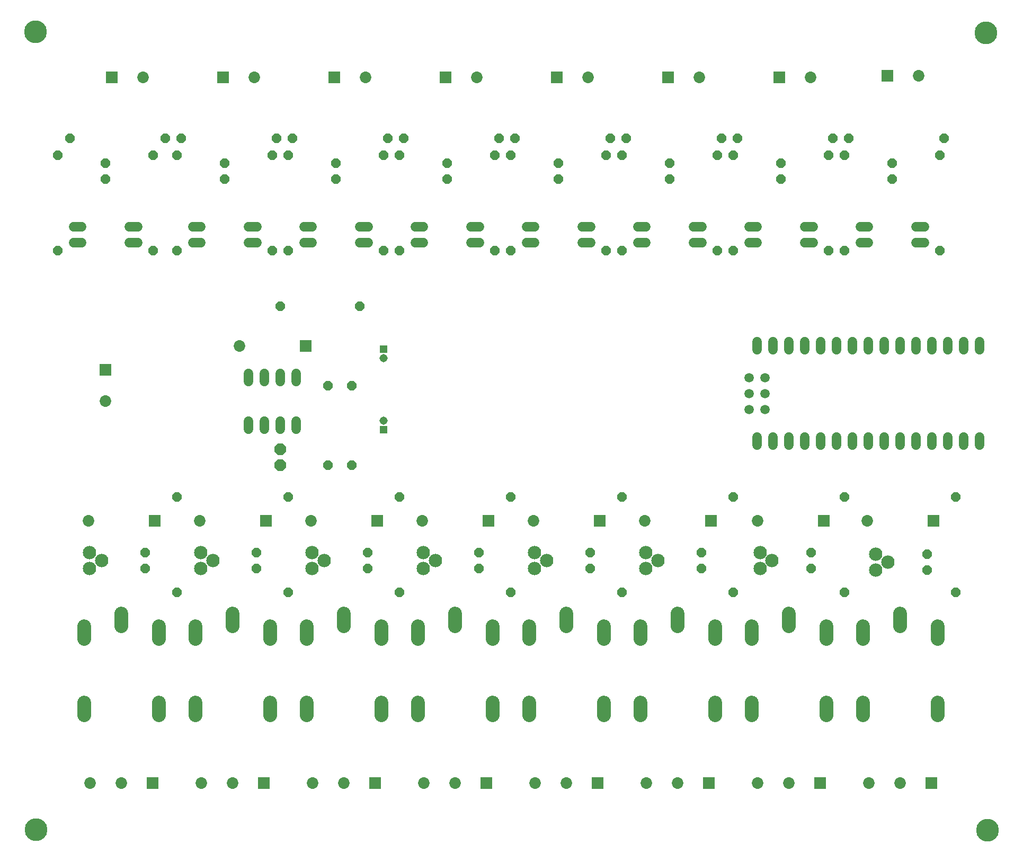
<source format=gbr>
G04 EAGLE Gerber RS-274X export*
G75*
%MOMM*%
%FSLAX34Y34*%
%LPD*%
%INSoldermask Bottom*%
%IPPOS*%
%AMOC8*
5,1,8,0,0,1.08239X$1,22.5*%
G01*
G04 Define Apertures*
%ADD10C,3.632200*%
%ADD11C,1.311200*%
%ADD12R,1.311200X1.311200*%
%ADD13P,1.95198X8X292.5*%
%ADD14C,1.853200*%
%ADD15R,1.853200X1.853200*%
%ADD16C,1.524000*%
%ADD17C,2.184400*%
%ADD18P,1.64956X8X292.5*%
%ADD19P,1.64956X8X22.5*%
%ADD20P,1.64956X8X112.5*%
%ADD21P,1.64956X8X202.5*%
%ADD22C,2.133600*%
%ADD23C,1.511200*%
%ADD24C,1.511200*%
D10*
X1521460Y1313180D03*
X1523619Y38735D03*
X3302Y39624D03*
X2540Y1314831D03*
D11*
X558800Y693300D03*
D12*
X558800Y678300D03*
D11*
X558800Y792600D03*
D12*
X558800Y807600D03*
D13*
X393700Y647700D03*
X393700Y622300D03*
D14*
X328000Y812800D03*
D15*
X434000Y812800D03*
D14*
X1331300Y533400D03*
D15*
X1437300Y533400D03*
D14*
X1156040Y533400D03*
D15*
X1262040Y533400D03*
D14*
X975700Y533400D03*
D15*
X1081700Y533400D03*
D14*
X797900Y533400D03*
D15*
X903900Y533400D03*
D14*
X620100Y533400D03*
D15*
X726100Y533400D03*
D14*
X442300Y533400D03*
D15*
X548300Y533400D03*
D14*
X264500Y533400D03*
D15*
X370500Y533400D03*
D14*
X86700Y533400D03*
D15*
X192700Y533400D03*
D16*
X342900Y679196D02*
X342900Y692404D01*
X368300Y692404D02*
X368300Y679196D01*
X393700Y679196D02*
X393700Y692404D01*
X419100Y692404D02*
X419100Y679196D01*
X419100Y755396D02*
X419100Y768604D01*
X393700Y768604D02*
X393700Y755396D01*
X368300Y755396D02*
X368300Y768604D01*
X342900Y768604D02*
X342900Y755396D01*
D15*
X1078700Y114300D03*
D14*
X1028700Y114300D03*
X978700Y114300D03*
D15*
X900900Y114300D03*
D14*
X850900Y114300D03*
X800900Y114300D03*
D15*
X723100Y114300D03*
D14*
X673100Y114300D03*
X623100Y114300D03*
D15*
X545300Y114300D03*
D14*
X495300Y114300D03*
X445300Y114300D03*
D15*
X367500Y114300D03*
D14*
X317500Y114300D03*
X267500Y114300D03*
D15*
X189700Y114300D03*
D14*
X139700Y114300D03*
X89700Y114300D03*
D15*
X1363745Y1244420D03*
D14*
X1413745Y1244420D03*
D15*
X1191025Y1241880D03*
D14*
X1241025Y1241880D03*
D15*
X1013225Y1241880D03*
D14*
X1063225Y1241880D03*
D15*
X835425Y1241880D03*
D14*
X885425Y1241880D03*
D15*
X657625Y1241880D03*
D14*
X707625Y1241880D03*
D15*
X479825Y1241880D03*
D14*
X529825Y1241880D03*
D15*
X302025Y1241880D03*
D14*
X352025Y1241880D03*
D15*
X124225Y1241880D03*
D14*
X174225Y1241880D03*
D15*
X114300Y774300D03*
D14*
X114300Y724300D03*
D15*
X1434300Y114300D03*
D14*
X1384300Y114300D03*
X1334300Y114300D03*
D15*
X1256500Y114300D03*
D14*
X1206500Y114300D03*
X1156500Y114300D03*
D17*
X1206500Y364744D02*
X1206500Y384556D01*
X1146810Y364236D02*
X1146810Y344424D01*
X1266190Y344424D02*
X1266190Y364236D01*
X1266190Y242316D02*
X1266190Y222504D01*
X1146810Y222504D02*
X1146810Y242316D01*
X1384300Y364744D02*
X1384300Y384556D01*
X1324610Y364236D02*
X1324610Y344424D01*
X1443990Y344424D02*
X1443990Y364236D01*
X1443990Y242316D02*
X1443990Y222504D01*
X1324610Y222504D02*
X1324610Y242316D01*
X1028700Y364744D02*
X1028700Y384556D01*
X969010Y364236D02*
X969010Y344424D01*
X1088390Y344424D02*
X1088390Y364236D01*
X1088390Y242316D02*
X1088390Y222504D01*
X969010Y222504D02*
X969010Y242316D01*
X850900Y364744D02*
X850900Y384556D01*
X791210Y364236D02*
X791210Y344424D01*
X910590Y344424D02*
X910590Y364236D01*
X910590Y242316D02*
X910590Y222504D01*
X791210Y222504D02*
X791210Y242316D01*
X673100Y364744D02*
X673100Y384556D01*
X613410Y364236D02*
X613410Y344424D01*
X732790Y344424D02*
X732790Y364236D01*
X732790Y242316D02*
X732790Y222504D01*
X613410Y222504D02*
X613410Y242316D01*
X495300Y364744D02*
X495300Y384556D01*
X435610Y364236D02*
X435610Y344424D01*
X554990Y344424D02*
X554990Y364236D01*
X554990Y242316D02*
X554990Y222504D01*
X435610Y222504D02*
X435610Y242316D01*
X317500Y364744D02*
X317500Y384556D01*
X257810Y364236D02*
X257810Y344424D01*
X377190Y344424D02*
X377190Y364236D01*
X377190Y242316D02*
X377190Y222504D01*
X257810Y222504D02*
X257810Y242316D01*
X139700Y364744D02*
X139700Y384556D01*
X80010Y364236D02*
X80010Y344424D01*
X199390Y344424D02*
X199390Y364236D01*
X199390Y242316D02*
X199390Y222504D01*
X80010Y222504D02*
X80010Y242316D01*
D18*
X1371600Y1104900D03*
X1371600Y1079500D03*
X1193800Y1104900D03*
X1193800Y1079500D03*
X1016000Y1104900D03*
X1016000Y1079500D03*
X838200Y1104900D03*
X838200Y1079500D03*
X660400Y1104900D03*
X660400Y1079500D03*
X482600Y1104900D03*
X482600Y1079500D03*
X304800Y1104900D03*
X304800Y1079500D03*
X114300Y1104900D03*
X114300Y1079500D03*
X1427480Y480060D03*
X1427480Y454660D03*
X1242060Y482600D03*
X1242060Y457200D03*
X1066800Y482600D03*
X1066800Y457200D03*
X889000Y482600D03*
X889000Y457200D03*
X711200Y482600D03*
X711200Y457200D03*
X533400Y482600D03*
X533400Y457200D03*
X355600Y482600D03*
X355600Y457200D03*
X177800Y482600D03*
X177800Y457200D03*
D16*
X1409700Y977900D02*
X1422908Y977900D01*
X1422908Y1003300D02*
X1409700Y1003300D01*
X1333500Y1003300D02*
X1320292Y1003300D01*
X1320292Y977900D02*
X1333500Y977900D01*
X1245108Y977900D02*
X1231900Y977900D01*
X1231900Y1003300D02*
X1245108Y1003300D01*
X1155700Y1003300D02*
X1142492Y1003300D01*
X1142492Y977900D02*
X1155700Y977900D01*
X1067308Y977900D02*
X1054100Y977900D01*
X1054100Y1003300D02*
X1067308Y1003300D01*
X977900Y1003300D02*
X964692Y1003300D01*
X964692Y977900D02*
X977900Y977900D01*
X889508Y977900D02*
X876300Y977900D01*
X876300Y1003300D02*
X889508Y1003300D01*
X800100Y1003300D02*
X786892Y1003300D01*
X786892Y977900D02*
X800100Y977900D01*
X711708Y977900D02*
X698500Y977900D01*
X698500Y1003300D02*
X711708Y1003300D01*
X622300Y1003300D02*
X609092Y1003300D01*
X609092Y977900D02*
X622300Y977900D01*
X533908Y977900D02*
X520700Y977900D01*
X520700Y1003300D02*
X533908Y1003300D01*
X444500Y1003300D02*
X431292Y1003300D01*
X431292Y977900D02*
X444500Y977900D01*
X356108Y977900D02*
X342900Y977900D01*
X342900Y1003300D02*
X356108Y1003300D01*
X266700Y1003300D02*
X253492Y1003300D01*
X253492Y977900D02*
X266700Y977900D01*
X165608Y977900D02*
X152400Y977900D01*
X152400Y1003300D02*
X165608Y1003300D01*
X76200Y1003300D02*
X62992Y1003300D01*
X62992Y977900D02*
X76200Y977900D01*
D18*
X939800Y571500D03*
X939800Y419100D03*
X762000Y571500D03*
X762000Y419100D03*
X584200Y571500D03*
X584200Y419100D03*
X406400Y571500D03*
X406400Y419100D03*
X228600Y571500D03*
X228600Y419100D03*
D19*
X1302177Y1144642D03*
X1454577Y1144642D03*
D20*
X1447800Y965200D03*
X1447800Y1117600D03*
D18*
X1295400Y1117600D03*
X1295400Y965200D03*
D19*
X1124377Y1144642D03*
X1276777Y1144642D03*
D20*
X1270000Y965200D03*
X1270000Y1117600D03*
D18*
X1117600Y1117600D03*
X1117600Y965200D03*
D19*
X946577Y1144642D03*
X1098977Y1144642D03*
D20*
X1092200Y965200D03*
X1092200Y1117600D03*
D18*
X939800Y1117600D03*
X939800Y965200D03*
D19*
X768777Y1144642D03*
X921177Y1144642D03*
D20*
X914400Y965200D03*
X914400Y1117600D03*
D18*
X762000Y1117600D03*
X762000Y965200D03*
D19*
X590977Y1144642D03*
X743377Y1144642D03*
D20*
X736600Y965200D03*
X736600Y1117600D03*
D18*
X584200Y1117600D03*
X584200Y965200D03*
D19*
X413177Y1144642D03*
X565577Y1144642D03*
D20*
X558800Y965200D03*
X558800Y1117600D03*
D18*
X406400Y1117600D03*
X406400Y965200D03*
D19*
X235377Y1144642D03*
X387777Y1144642D03*
D20*
X381000Y965200D03*
X381000Y1117600D03*
D18*
X228600Y1117600D03*
X228600Y965200D03*
D19*
X57577Y1144642D03*
X209977Y1144642D03*
D20*
X190500Y965200D03*
X190500Y1117600D03*
D18*
X38100Y1117600D03*
X38100Y965200D03*
D21*
X520700Y876300D03*
X393700Y876300D03*
D20*
X469900Y622300D03*
X469900Y749300D03*
X508000Y622300D03*
X508000Y749300D03*
D18*
X1473200Y571500D03*
X1473200Y419100D03*
X1295400Y571500D03*
X1295400Y419100D03*
X1117600Y571500D03*
X1117600Y419100D03*
D22*
X1345185Y454660D03*
X1364235Y467360D03*
X1345185Y480060D03*
X1160273Y456693D03*
X1179323Y469393D03*
X1160273Y482093D03*
X977900Y457200D03*
X996950Y469900D03*
X977900Y482600D03*
X800100Y457200D03*
X819150Y469900D03*
X800100Y482600D03*
X622300Y457200D03*
X641350Y469900D03*
X622300Y482600D03*
X444500Y457200D03*
X463550Y469900D03*
X444500Y482600D03*
X266700Y457200D03*
X285750Y469900D03*
X266700Y482600D03*
X88900Y457200D03*
X107950Y469900D03*
X88900Y482600D03*
D23*
X1155700Y653860D02*
X1155700Y666940D01*
X1181100Y666940D02*
X1181100Y653860D01*
X1206500Y653860D02*
X1206500Y666940D01*
X1231900Y666940D02*
X1231900Y653860D01*
X1257300Y653860D02*
X1257300Y666940D01*
X1282700Y666940D02*
X1282700Y653860D01*
X1308100Y653860D02*
X1308100Y666940D01*
X1333500Y666940D02*
X1333500Y653860D01*
X1358900Y653860D02*
X1358900Y666940D01*
X1384300Y666940D02*
X1384300Y653860D01*
X1409700Y653860D02*
X1409700Y666940D01*
X1435100Y666940D02*
X1435100Y653860D01*
X1155700Y806260D02*
X1155700Y819340D01*
X1181100Y819340D02*
X1181100Y806260D01*
X1206500Y806260D02*
X1206500Y819340D01*
X1358900Y819340D02*
X1358900Y806260D01*
X1384300Y806260D02*
X1384300Y819340D01*
X1409700Y819340D02*
X1409700Y806260D01*
X1435100Y806260D02*
X1435100Y819340D01*
X1511300Y819340D02*
X1511300Y806260D01*
X1511300Y666940D02*
X1511300Y653860D01*
X1485900Y653860D02*
X1485900Y666940D01*
X1460500Y666940D02*
X1460500Y653860D01*
X1485900Y806260D02*
X1485900Y819340D01*
X1460500Y819340D02*
X1460500Y806260D01*
X1231900Y806260D02*
X1231900Y819340D01*
D24*
X1168400Y762000D03*
X1168400Y736600D03*
X1168400Y711200D03*
D23*
X1333500Y806260D02*
X1333500Y819340D01*
X1308100Y819340D02*
X1308100Y806260D01*
X1282700Y806260D02*
X1282700Y819340D01*
X1257300Y819340D02*
X1257300Y806260D01*
D24*
X1143000Y762000D03*
X1143000Y736600D03*
X1143000Y711200D03*
M02*

</source>
